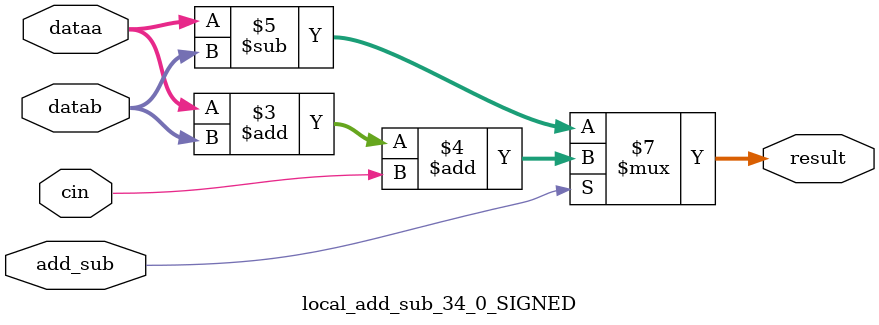
<source format=v>
module local_add_sub_34_0_SIGNED(
dataa,
datab,
cin,
add_sub,
result
);

input[34-1:0] dataa;
input[34-1:0] datab;
input cin;
input add_sub;
output reg [34-1:0] result;

always @(*)begin
    if(add_sub == 1'b1)
         result = dataa+datab+cin;
    else
         result = dataa - datab;
end

endmodule
</source>
